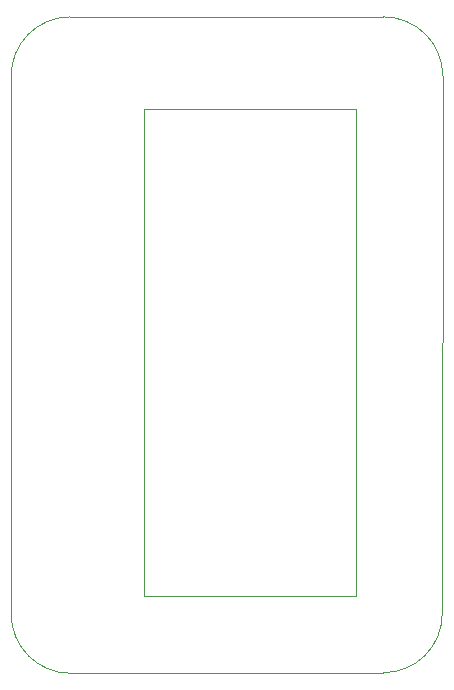
<source format=gbr>
%TF.GenerationSoftware,KiCad,Pcbnew,8.0.6*%
%TF.CreationDate,2024-10-27T10:54:55+01:00*%
%TF.ProjectId,Motor_Driver_carrier_board,4d6f746f-725f-4447-9269-7665725f6361,rev?*%
%TF.SameCoordinates,Original*%
%TF.FileFunction,Profile,NP*%
%FSLAX46Y46*%
G04 Gerber Fmt 4.6, Leading zero omitted, Abs format (unit mm)*
G04 Created by KiCad (PCBNEW 8.0.6) date 2024-10-27 10:54:55*
%MOMM*%
%LPD*%
G01*
G04 APERTURE LIST*
%TA.AperFunction,Profile*%
%ADD10C,0.050000*%
%TD*%
G04 APERTURE END LIST*
D10*
X118922973Y-41550011D02*
X145475000Y-41550000D01*
X113950000Y-92125000D02*
X113950000Y-46575000D01*
X125200000Y-49375000D02*
X143150000Y-49375000D01*
X143150000Y-90575000D01*
X125200000Y-90575000D01*
X125200000Y-49375000D01*
X150450000Y-92050000D02*
G75*
G02*
X145449999Y-97075188I-4975000J-50000D01*
G01*
X118975000Y-97125062D02*
G75*
G02*
X113950000Y-92125000I0J5025062D01*
G01*
X150500062Y-46550000D02*
X150450000Y-92050000D01*
X113950000Y-46575000D02*
G75*
G02*
X118922973Y-41550011I5000000J25000D01*
G01*
X145475000Y-41550000D02*
G75*
G02*
X150500062Y-46550000I25000J-5000000D01*
G01*
X145449999Y-97075188D02*
X118975000Y-97125062D01*
M02*

</source>
